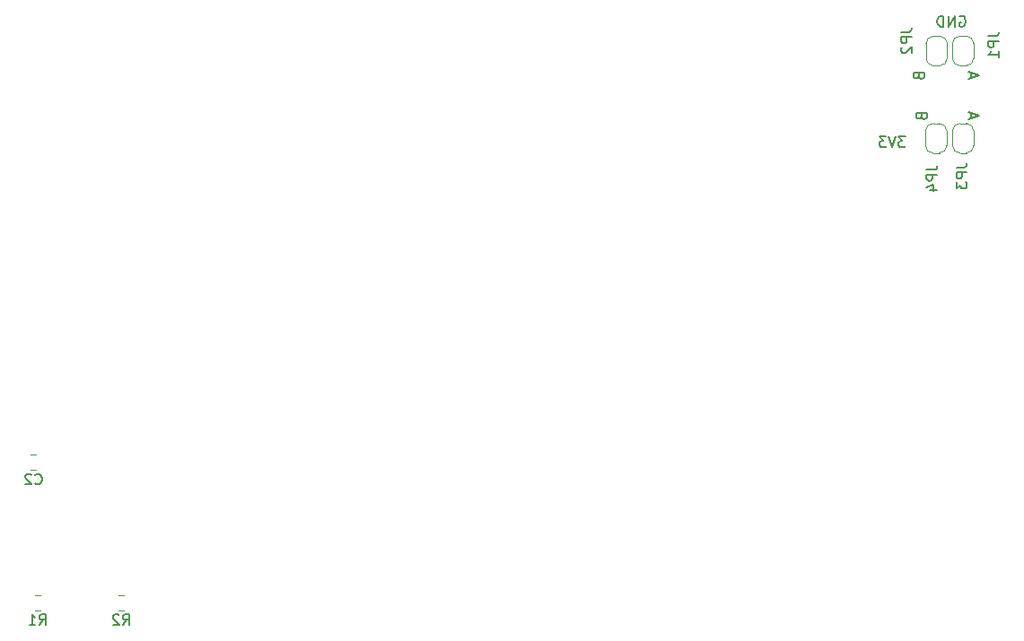
<source format=gbr>
G04 #@! TF.GenerationSoftware,KiCad,Pcbnew,5.1.5+dfsg1-2build2*
G04 #@! TF.CreationDate,2021-09-05T22:16:52+01:00*
G04 #@! TF.ProjectId,pak_breakout,70616b5f-6272-4656-916b-6f75742e6b69,rev?*
G04 #@! TF.SameCoordinates,Original*
G04 #@! TF.FileFunction,Legend,Bot*
G04 #@! TF.FilePolarity,Positive*
%FSLAX46Y46*%
G04 Gerber Fmt 4.6, Leading zero omitted, Abs format (unit mm)*
G04 Created by KiCad (PCBNEW 5.1.5+dfsg1-2build2) date 2021-09-05 22:16:52*
%MOMM*%
%LPD*%
G04 APERTURE LIST*
%ADD10C,0.150000*%
%ADD11C,0.120000*%
G04 APERTURE END LIST*
D10*
X421949571Y-196159428D02*
X421997190Y-196302285D01*
X422044809Y-196349904D01*
X422140047Y-196397523D01*
X422282904Y-196397523D01*
X422378142Y-196349904D01*
X422425761Y-196302285D01*
X422473380Y-196207047D01*
X422473380Y-195826095D01*
X421473380Y-195826095D01*
X421473380Y-196159428D01*
X421521000Y-196254666D01*
X421568619Y-196302285D01*
X421663857Y-196349904D01*
X421759095Y-196349904D01*
X421854333Y-196302285D01*
X421901952Y-196254666D01*
X421949571Y-196159428D01*
X421949571Y-195826095D01*
X421695571Y-192349428D02*
X421743190Y-192492285D01*
X421790809Y-192539904D01*
X421886047Y-192587523D01*
X422028904Y-192587523D01*
X422124142Y-192539904D01*
X422171761Y-192492285D01*
X422219380Y-192397047D01*
X422219380Y-192016095D01*
X421219380Y-192016095D01*
X421219380Y-192349428D01*
X421267000Y-192444666D01*
X421314619Y-192492285D01*
X421409857Y-192539904D01*
X421505095Y-192539904D01*
X421600333Y-192492285D01*
X421647952Y-192444666D01*
X421695571Y-192349428D01*
X421695571Y-192016095D01*
X426680333Y-192516095D02*
X426680333Y-192039904D01*
X426394619Y-192611333D02*
X427394619Y-192278000D01*
X426394619Y-191944666D01*
X426680333Y-196326095D02*
X426680333Y-195849904D01*
X426394619Y-196421333D02*
X427394619Y-196088000D01*
X426394619Y-195754666D01*
X420438095Y-198052380D02*
X419819047Y-198052380D01*
X420152380Y-198433333D01*
X420009523Y-198433333D01*
X419914285Y-198480952D01*
X419866666Y-198528571D01*
X419819047Y-198623809D01*
X419819047Y-198861904D01*
X419866666Y-198957142D01*
X419914285Y-199004761D01*
X420009523Y-199052380D01*
X420295238Y-199052380D01*
X420390476Y-199004761D01*
X420438095Y-198957142D01*
X419533333Y-198052380D02*
X419200000Y-199052380D01*
X418866666Y-198052380D01*
X418628571Y-198052380D02*
X418009523Y-198052380D01*
X418342857Y-198433333D01*
X418200000Y-198433333D01*
X418104761Y-198480952D01*
X418057142Y-198528571D01*
X418009523Y-198623809D01*
X418009523Y-198861904D01*
X418057142Y-198957142D01*
X418104761Y-199004761D01*
X418200000Y-199052380D01*
X418485714Y-199052380D01*
X418580952Y-199004761D01*
X418628571Y-198957142D01*
X425561904Y-186700000D02*
X425657142Y-186652380D01*
X425800000Y-186652380D01*
X425942857Y-186700000D01*
X426038095Y-186795238D01*
X426085714Y-186890476D01*
X426133333Y-187080952D01*
X426133333Y-187223809D01*
X426085714Y-187414285D01*
X426038095Y-187509523D01*
X425942857Y-187604761D01*
X425800000Y-187652380D01*
X425704761Y-187652380D01*
X425561904Y-187604761D01*
X425514285Y-187557142D01*
X425514285Y-187223809D01*
X425704761Y-187223809D01*
X425085714Y-187652380D02*
X425085714Y-186652380D01*
X424514285Y-187652380D01*
X424514285Y-186652380D01*
X424038095Y-187652380D02*
X424038095Y-186652380D01*
X423800000Y-186652380D01*
X423657142Y-186700000D01*
X423561904Y-186795238D01*
X423514285Y-186890476D01*
X423466666Y-187080952D01*
X423466666Y-187223809D01*
X423514285Y-187414285D01*
X423561904Y-187509523D01*
X423657142Y-187604761D01*
X423800000Y-187652380D01*
X424038095Y-187652380D01*
D11*
X346197422Y-241352000D02*
X346714578Y-241352000D01*
X346197422Y-242772000D02*
X346714578Y-242772000D01*
X338323422Y-241352000D02*
X338840578Y-241352000D01*
X338323422Y-242772000D02*
X338840578Y-242772000D01*
X337941422Y-228090000D02*
X338458578Y-228090000D01*
X337941422Y-229510000D02*
X338458578Y-229510000D01*
X424350000Y-198900000D02*
X424350000Y-197500000D01*
X423650000Y-196800000D02*
X423050000Y-196800000D01*
X422350000Y-197500000D02*
X422350000Y-198900000D01*
X423050000Y-199600000D02*
X423650000Y-199600000D01*
X423650000Y-199600000D02*
G75*
G03X424350000Y-198900000I0J700000D01*
G01*
X422350000Y-198900000D02*
G75*
G03X423050000Y-199600000I700000J0D01*
G01*
X423050000Y-196800000D02*
G75*
G03X422350000Y-197500000I0J-700000D01*
G01*
X424350000Y-197500000D02*
G75*
G03X423650000Y-196800000I-700000J0D01*
G01*
X424900000Y-197500000D02*
X424900000Y-198900000D01*
X425600000Y-199600000D02*
X426200000Y-199600000D01*
X426900000Y-198900000D02*
X426900000Y-197500000D01*
X426200000Y-196800000D02*
X425600000Y-196800000D01*
X425600000Y-196800000D02*
G75*
G03X424900000Y-197500000I0J-700000D01*
G01*
X426900000Y-197500000D02*
G75*
G03X426200000Y-196800000I-700000J0D01*
G01*
X426200000Y-199600000D02*
G75*
G03X426900000Y-198900000I0J700000D01*
G01*
X424900000Y-198900000D02*
G75*
G03X425600000Y-199600000I700000J0D01*
G01*
X424400000Y-190650000D02*
X424400000Y-189250000D01*
X423700000Y-188550000D02*
X423100000Y-188550000D01*
X422400000Y-189250000D02*
X422400000Y-190650000D01*
X423100000Y-191350000D02*
X423700000Y-191350000D01*
X423700000Y-191350000D02*
G75*
G03X424400000Y-190650000I0J700000D01*
G01*
X422400000Y-190650000D02*
G75*
G03X423100000Y-191350000I700000J0D01*
G01*
X423100000Y-188550000D02*
G75*
G03X422400000Y-189250000I0J-700000D01*
G01*
X424400000Y-189250000D02*
G75*
G03X423700000Y-188550000I-700000J0D01*
G01*
X426900000Y-190650000D02*
X426900000Y-189250000D01*
X426200000Y-188550000D02*
X425600000Y-188550000D01*
X424900000Y-189250000D02*
X424900000Y-190650000D01*
X425600000Y-191350000D02*
X426200000Y-191350000D01*
X426200000Y-191350000D02*
G75*
G03X426900000Y-190650000I0J700000D01*
G01*
X424900000Y-190650000D02*
G75*
G03X425600000Y-191350000I700000J0D01*
G01*
X425600000Y-188550000D02*
G75*
G03X424900000Y-189250000I0J-700000D01*
G01*
X426900000Y-189250000D02*
G75*
G03X426200000Y-188550000I-700000J0D01*
G01*
D10*
X346622666Y-244164380D02*
X346956000Y-243688190D01*
X347194095Y-244164380D02*
X347194095Y-243164380D01*
X346813142Y-243164380D01*
X346717904Y-243212000D01*
X346670285Y-243259619D01*
X346622666Y-243354857D01*
X346622666Y-243497714D01*
X346670285Y-243592952D01*
X346717904Y-243640571D01*
X346813142Y-243688190D01*
X347194095Y-243688190D01*
X346241714Y-243259619D02*
X346194095Y-243212000D01*
X346098857Y-243164380D01*
X345860761Y-243164380D01*
X345765523Y-243212000D01*
X345717904Y-243259619D01*
X345670285Y-243354857D01*
X345670285Y-243450095D01*
X345717904Y-243592952D01*
X346289333Y-244164380D01*
X345670285Y-244164380D01*
X338748666Y-244164380D02*
X339082000Y-243688190D01*
X339320095Y-244164380D02*
X339320095Y-243164380D01*
X338939142Y-243164380D01*
X338843904Y-243212000D01*
X338796285Y-243259619D01*
X338748666Y-243354857D01*
X338748666Y-243497714D01*
X338796285Y-243592952D01*
X338843904Y-243640571D01*
X338939142Y-243688190D01*
X339320095Y-243688190D01*
X337796285Y-244164380D02*
X338367714Y-244164380D01*
X338082000Y-244164380D02*
X338082000Y-243164380D01*
X338177238Y-243307238D01*
X338272476Y-243402476D01*
X338367714Y-243450095D01*
X338366666Y-230807142D02*
X338414285Y-230854761D01*
X338557142Y-230902380D01*
X338652380Y-230902380D01*
X338795238Y-230854761D01*
X338890476Y-230759523D01*
X338938095Y-230664285D01*
X338985714Y-230473809D01*
X338985714Y-230330952D01*
X338938095Y-230140476D01*
X338890476Y-230045238D01*
X338795238Y-229950000D01*
X338652380Y-229902380D01*
X338557142Y-229902380D01*
X338414285Y-229950000D01*
X338366666Y-229997619D01*
X337985714Y-229997619D02*
X337938095Y-229950000D01*
X337842857Y-229902380D01*
X337604761Y-229902380D01*
X337509523Y-229950000D01*
X337461904Y-229997619D01*
X337414285Y-230092857D01*
X337414285Y-230188095D01*
X337461904Y-230330952D01*
X338033333Y-230902380D01*
X337414285Y-230902380D01*
X422452380Y-201166666D02*
X423166666Y-201166666D01*
X423309523Y-201119047D01*
X423404761Y-201023809D01*
X423452380Y-200880952D01*
X423452380Y-200785714D01*
X423452380Y-201642857D02*
X422452380Y-201642857D01*
X422452380Y-202023809D01*
X422500000Y-202119047D01*
X422547619Y-202166666D01*
X422642857Y-202214285D01*
X422785714Y-202214285D01*
X422880952Y-202166666D01*
X422928571Y-202119047D01*
X422976190Y-202023809D01*
X422976190Y-201642857D01*
X422785714Y-203071428D02*
X423452380Y-203071428D01*
X422404761Y-202833333D02*
X423119047Y-202595238D01*
X423119047Y-203214285D01*
X425252380Y-200966666D02*
X425966666Y-200966666D01*
X426109523Y-200919047D01*
X426204761Y-200823809D01*
X426252380Y-200680952D01*
X426252380Y-200585714D01*
X426252380Y-201442857D02*
X425252380Y-201442857D01*
X425252380Y-201823809D01*
X425300000Y-201919047D01*
X425347619Y-201966666D01*
X425442857Y-202014285D01*
X425585714Y-202014285D01*
X425680952Y-201966666D01*
X425728571Y-201919047D01*
X425776190Y-201823809D01*
X425776190Y-201442857D01*
X425252380Y-202347619D02*
X425252380Y-202966666D01*
X425633333Y-202633333D01*
X425633333Y-202776190D01*
X425680952Y-202871428D01*
X425728571Y-202919047D01*
X425823809Y-202966666D01*
X426061904Y-202966666D01*
X426157142Y-202919047D01*
X426204761Y-202871428D01*
X426252380Y-202776190D01*
X426252380Y-202490476D01*
X426204761Y-202395238D01*
X426157142Y-202347619D01*
X420052380Y-188166666D02*
X420766666Y-188166666D01*
X420909523Y-188119047D01*
X421004761Y-188023809D01*
X421052380Y-187880952D01*
X421052380Y-187785714D01*
X421052380Y-188642857D02*
X420052380Y-188642857D01*
X420052380Y-189023809D01*
X420100000Y-189119047D01*
X420147619Y-189166666D01*
X420242857Y-189214285D01*
X420385714Y-189214285D01*
X420480952Y-189166666D01*
X420528571Y-189119047D01*
X420576190Y-189023809D01*
X420576190Y-188642857D01*
X420147619Y-189595238D02*
X420100000Y-189642857D01*
X420052380Y-189738095D01*
X420052380Y-189976190D01*
X420100000Y-190071428D01*
X420147619Y-190119047D01*
X420242857Y-190166666D01*
X420338095Y-190166666D01*
X420480952Y-190119047D01*
X421052380Y-189547619D01*
X421052380Y-190166666D01*
X428252380Y-188566666D02*
X428966666Y-188566666D01*
X429109523Y-188519047D01*
X429204761Y-188423809D01*
X429252380Y-188280952D01*
X429252380Y-188185714D01*
X429252380Y-189042857D02*
X428252380Y-189042857D01*
X428252380Y-189423809D01*
X428300000Y-189519047D01*
X428347619Y-189566666D01*
X428442857Y-189614285D01*
X428585714Y-189614285D01*
X428680952Y-189566666D01*
X428728571Y-189519047D01*
X428776190Y-189423809D01*
X428776190Y-189042857D01*
X429252380Y-190566666D02*
X429252380Y-189995238D01*
X429252380Y-190280952D02*
X428252380Y-190280952D01*
X428395238Y-190185714D01*
X428490476Y-190090476D01*
X428538095Y-189995238D01*
M02*

</source>
